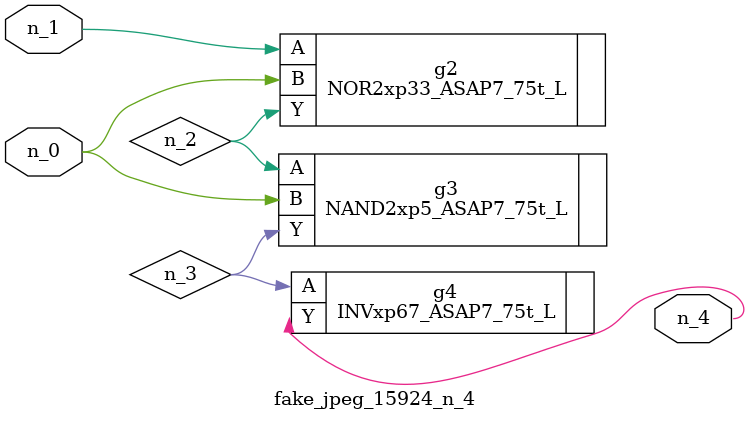
<source format=v>
module fake_jpeg_15924_n_4 (n_0, n_1, n_4);

input n_0;
input n_1;

output n_4;

wire n_2;
wire n_3;

NOR2xp33_ASAP7_75t_L g2 ( 
.A(n_1),
.B(n_0),
.Y(n_2)
);

NAND2xp5_ASAP7_75t_L g3 ( 
.A(n_2),
.B(n_0),
.Y(n_3)
);

INVxp67_ASAP7_75t_L g4 ( 
.A(n_3),
.Y(n_4)
);


endmodule
</source>
